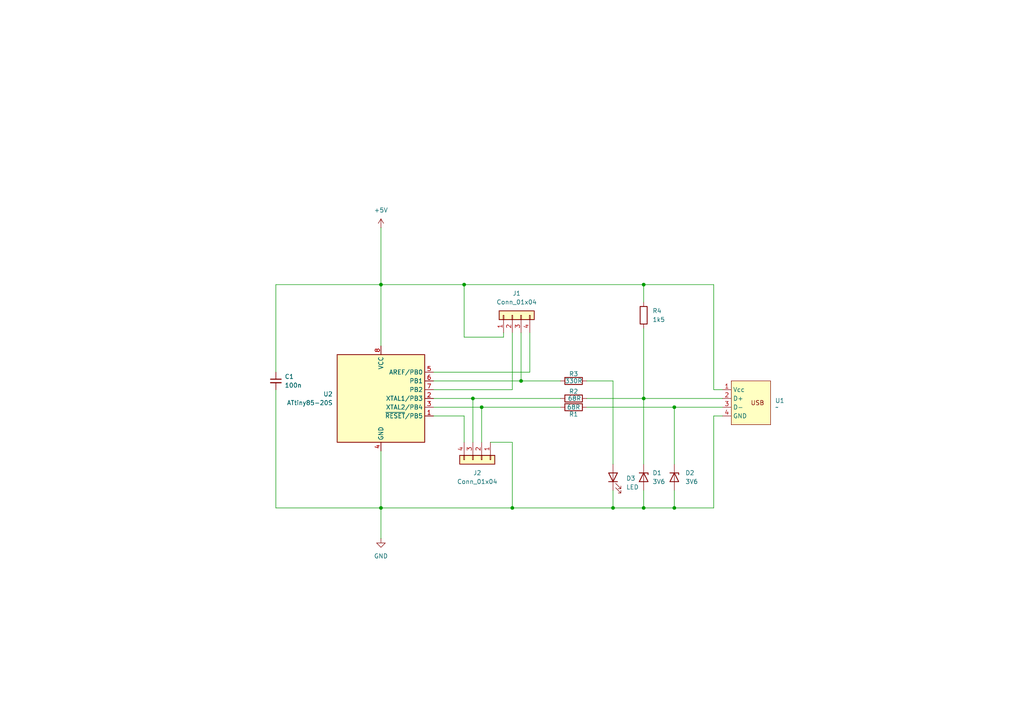
<source format=kicad_sch>
(kicad_sch (version 20250114) (generator "eeschema") (generator_version "9.0")
  (paper "A4")
  (lib_symbols
    (symbol "Connector_Generic:Conn_01x04" (pin_names (offset 1.016) (hide yes))
      (property "Reference" "J" (at 0 5.08 0))
      (property "Value" "Conn_01x04" (at 0 -7.62 0))
      (symbol "Conn_01x04_1_1"
        (rectangle (start -1.27 3.81) (end 1.27 -6.35) (stroke (width 0.254)) (fill (type background)))
        (rectangle (start -1.27 2.667) (end 0 2.413) (stroke (width 0.1524)))
        (rectangle (start -1.27 0.127) (end 0 -0.127) (stroke (width 0.1524)))
        (rectangle (start -1.27 -2.413) (end 0 -2.667) (stroke (width 0.1524)))
        (rectangle (start -1.27 -4.953) (end 0 -5.207) (stroke (width 0.1524)))
        (pin passive line (at -5.08 2.54 0) (length 3.81) (name "Pin_1") (number "1"))
        (pin passive line (at -5.08 0 0) (length 3.81) (name "Pin_2") (number "2"))
        (pin passive line (at -5.08 -2.54 0) (length 3.81) (name "Pin_3") (number "3"))
        (pin passive line (at -5.08 -5.08 0) (length 3.81) (name "Pin_4") (number "4"))
      )
    )
    (symbol "Device:C_Small" (pin_numbers (hide yes)) (pin_names (offset 0.254) (hide yes))
      (property "Reference" "C" (at 0.254 1.778 0))
      (property "Value" "C_Small" (at 0.254 -2.032 0))
      (symbol "C_Small_0_1"
        (polyline (pts (xy -1.524 0.508) (xy 1.524 0.508)) (stroke (width 0.3048)))
        (polyline (pts (xy -1.524 -0.508) (xy 1.524 -0.508)) (stroke (width 0.3302)))
      )
      (symbol "C_Small_1_1"
        (pin passive line (at 0 2.54 270) (length 2.032) (name "~") (number "1"))
        (pin passive line (at 0 -2.54 90) (length 2.032) (name "~") (number "2"))
      )
    )
    (symbol "Device:D_Zener" (pin_numbers (hide yes)) (pin_names (offset 1.016) (hide yes))
      (property "Reference" "D" (at 0 2.54 0))
      (property "Value" "D_Zener" (at 0 -2.54 0))
      (symbol "D_Zener_0_1"
        (polyline (pts (xy -1.27 -1.27) (xy -1.27 1.27) (xy -0.762 1.27)) (stroke (width 0.254)))
        (polyline (pts (xy 1.27 0) (xy -1.27 0)))
        (polyline (pts (xy 1.27 -1.27) (xy 1.27 1.27) (xy -1.27 0) (xy 1.27 -1.27)) (stroke (width 0.254)))
      )
      (symbol "D_Zener_1_1"
        (pin passive line (at -3.81 0 0) (length 2.54) (name "K") (number "1"))
        (pin passive line (at 3.81 0 180) (length 2.54) (name "A") (number "2"))
      )
    )
    (symbol "Device:LED" (pin_numbers (hide yes)) (pin_names (offset 1.016) (hide yes))
      (property "Reference" "D" (at 0 2.54 0))
      (property "Value" "LED" (at 0 -2.54 0))
      (symbol "LED_0_1"
        (polyline (pts (xy -3.048 -0.762) (xy -4.572 -2.286) (xy -3.81 -2.286) (xy -4.572 -2.286) (xy -4.572 -1.524)))
        (polyline (pts (xy -1.778 -0.762) (xy -3.302 -2.286) (xy -2.54 -2.286) (xy -3.302 -2.286) (xy -3.302 -1.524)))
        (polyline (pts (xy -1.27 0) (xy 1.27 0)))
        (polyline (pts (xy -1.27 -1.27) (xy -1.27 1.27)) (stroke (width 0.254)))
        (polyline (pts (xy 1.27 -1.27) (xy 1.27 1.27) (xy -1.27 0) (xy 1.27 -1.27)) (stroke (width 0.254)))
      )
      (symbol "LED_1_1"
        (pin passive line (at -3.81 0 0) (length 2.54) (name "K") (number "1"))
        (pin passive line (at 3.81 0 180) (length 2.54) (name "A") (number "2"))
      )
    )
    (symbol "Device:R" (pin_numbers (hide yes)) (pin_names (offset 0))
      (property "Reference" "R" (at 2.032 0 90))
      (property "Value" "R" (at 0 0 90))
      (symbol "R_0_1"
        (rectangle (start -1.016 -2.54) (end 1.016 2.54) (stroke (width 0.254)))
      )
      (symbol "R_1_1"
        (pin passive line (at 0 3.81 270) (length 1.27) (name "~") (number "1"))
        (pin passive line (at 0 -3.81 90) (length 1.27) (name "~") (number "2"))
      )
    )
    (symbol "MCU_Microchip_ATtiny:ATtiny85-20S"
      (property "Reference" "U" (at -12.7 13.97 0))
      (property "Value" "ATtiny85-20S" (at 2.54 -13.97 0))
      (symbol "ATtiny85-20S_0_1"
        (rectangle (start -12.7 -12.7) (end 12.7 12.7) (stroke (width 0.254)) (fill (type background)))
      )
      (symbol "ATtiny85-20S_1_1"
        (pin power_in line (at 0 15.24 270) (length 2.54) (name "VCC") (number "8"))
        (pin power_in line (at 0 -15.24 90) (length 2.54) (name "GND") (number "4"))
        (pin bidirectional line (at 15.24 7.62 180) (length 2.54) (name "AREF/PB0") (number "5"))
        (pin bidirectional line (at 15.24 5.08 180) (length 2.54) (name "PB1") (number "6"))
        (pin bidirectional line (at 15.24 2.54 180) (length 2.54) (name "PB2") (number "7"))
        (pin bidirectional line (at 15.24 0 180) (length 2.54) (name "XTAL1/PB3") (number "2"))
        (pin bidirectional line (at 15.24 -2.54 180) (length 2.54) (name "XTAL2/PB4") (number "3"))
        (pin bidirectional line (at 15.24 -5.08 180) (length 2.54) (name "~{RESET}/PB5") (number "1"))
      )
    )
    (symbol "first_run_lib:PCB_USB_connector"
      (property "Reference" "U" (at 0 0 0))
      (symbol "PCB_USB_connector_0_1"
        (rectangle (start 6.35 -6.35) (end 6.35 -6.35))
      )
      (symbol "PCB_USB_connector_1_1"
        (rectangle (start 2.54 6.35) (end 13.97 -6.35) (fill (type background)))
        (text "USB\n" (at 10.16 0 0) (effects (font (size 1.27 1.27))))
        (pin power_in line (at 0 3.81 0) (length 2.54) (name "Vcc") (number "1"))
        (pin bidirectional line (at 0 1.27 0) (length 2.54) (name "D+") (number "2"))
        (pin bidirectional line (at 0 -1.27 0) (length 2.54) (name "D-") (number "3"))
        (pin power_in line (at 0 -3.81 0) (length 2.54) (name "GND") (number "4"))
      )
    )
    (symbol "power:+5V" (power) (pin_numbers (hide yes)) (pin_names (offset 0) (hide yes))
      (property "Value" "+5V" (at 0 3.556 0))
      (symbol "+5V_0_1"
        (polyline (pts (xy -0.762 1.27) (xy 0 2.54)))
        (polyline (pts (xy 0 2.54) (xy 0.762 1.27)))
        (polyline (pts (xy 0 0) (xy 0 2.54)))
      )
      (symbol "+5V_1_1"
        (pin power_in line (at 0 0 90) (length 0) (name "~") (number "1"))
      )
    )
    (symbol "power:GND" (power) (pin_numbers (hide yes)) (pin_names (offset 0) (hide yes))
      (property "Value" "GND" (at 0 -3.81 0))
      (symbol "GND_0_1"
        (polyline (pts (xy 0 0) (xy 0 -1.27) (xy 1.27 -1.27) (xy 0 -2.54) (xy -1.27 -1.27) (xy 0 -1.27)))
      )
      (symbol "GND_1_1"
        (pin power_in line (at 0 0 270) (length 0) (name "~") (number "1"))
      )
    )
  )
  (junction (at 148.59 147.32))
  (junction (at 110.49 82.55))
  (junction (at 139.7 118.11))
  (junction (at 186.69 82.55))
  (junction (at 151.13 110.49))
  (junction (at 137.16 115.57))
  (junction (at 195.58 118.11))
  (junction (at 110.49 147.32))
  (junction (at 186.69 147.32))
  (junction (at 195.58 147.32))
  (junction (at 186.69 115.57))
  (junction (at 177.8 147.32))
  (junction (at 134.62 82.55))
  (wire (pts (xy 110.49 130.81) (xy 110.49 147.32)))
  (wire (pts (xy 151.13 96.52) (xy 151.13 110.49)))
  (wire (pts (xy 137.16 115.57) (xy 125.73 115.57)))
  (wire (pts (xy 125.73 110.49) (xy 151.13 110.49)))
  (wire (pts (xy 177.8 142.24) (xy 177.8 147.32)))
  (wire (pts (xy 80.01 82.55) (xy 80.01 107.95)))
  (wire (pts (xy 186.69 95.25) (xy 186.69 115.57)))
  (wire (pts (xy 142.24 128.27) (xy 148.59 128.27)))
  (wire (pts (xy 80.01 147.32) (xy 110.49 147.32)))
  (wire (pts (xy 209.55 113.03) (xy 207.01 113.03)))
  (wire (pts (xy 110.49 147.32) (xy 148.59 147.32)))
  (wire (pts (xy 110.49 66.04) (xy 110.49 82.55)))
  (wire (pts (xy 146.05 97.79) (xy 146.05 96.52)))
  (wire (pts (xy 207.01 120.65) (xy 209.55 120.65)))
  (wire (pts (xy 80.01 113.03) (xy 80.01 147.32)))
  (wire (pts (xy 195.58 118.11) (xy 209.55 118.11)))
  (wire (pts (xy 125.73 118.11) (xy 139.7 118.11)))
  (wire (pts (xy 110.49 100.33) (xy 110.49 82.55)))
  (wire (pts (xy 177.8 110.49) (xy 177.8 134.62)))
  (wire (pts (xy 195.58 147.32) (xy 207.01 147.32)))
  (wire (pts (xy 177.8 147.32) (xy 186.69 147.32)))
  (wire (pts (xy 139.7 118.11) (xy 139.7 128.27)))
  (wire (pts (xy 170.18 110.49) (xy 177.8 110.49)))
  (wire (pts (xy 162.56 115.57) (xy 137.16 115.57)))
  (wire (pts (xy 186.69 147.32) (xy 195.58 147.32)))
  (wire (pts (xy 134.62 97.79) (xy 146.05 97.79)))
  (wire (pts (xy 207.01 113.03) (xy 207.01 82.55)))
  (wire (pts (xy 151.13 110.49) (xy 162.56 110.49)))
  (wire (pts (xy 110.49 82.55) (xy 134.62 82.55)))
  (wire (pts (xy 170.18 115.57) (xy 186.69 115.57)))
  (wire (pts (xy 80.01 82.55) (xy 110.49 82.55)))
  (wire (pts (xy 195.58 134.62) (xy 195.58 118.11)))
  (wire (pts (xy 148.59 96.52) (xy 148.59 113.03)))
  (wire (pts (xy 148.59 147.32) (xy 177.8 147.32)))
  (wire (pts (xy 186.69 115.57) (xy 186.69 134.62)))
  (wire (pts (xy 110.49 156.21) (xy 110.49 147.32)))
  (wire (pts (xy 134.62 120.65) (xy 125.73 120.65)))
  (wire (pts (xy 137.16 115.57) (xy 137.16 128.27)))
  (wire (pts (xy 207.01 82.55) (xy 186.69 82.55)))
  (wire (pts (xy 186.69 142.24) (xy 186.69 147.32)))
  (wire (pts (xy 195.58 142.24) (xy 195.58 147.32)))
  (wire (pts (xy 148.59 128.27) (xy 148.59 147.32)))
  (wire (pts (xy 134.62 82.55) (xy 134.62 97.79)))
  (wire (pts (xy 195.58 118.11) (xy 170.18 118.11)))
  (wire (pts (xy 186.69 115.57) (xy 209.55 115.57)))
  (wire (pts (xy 134.62 128.27) (xy 134.62 120.65)))
  (wire (pts (xy 207.01 147.32) (xy 207.01 120.65)))
  (wire (pts (xy 148.59 113.03) (xy 125.73 113.03)))
  (wire (pts (xy 153.67 107.95) (xy 125.73 107.95)))
  (wire (pts (xy 134.62 82.55) (xy 186.69 82.55)))
  (wire (pts (xy 139.7 118.11) (xy 162.56 118.11)))
  (wire (pts (xy 186.69 82.55) (xy 186.69 87.63)))
  (wire (pts (xy 153.67 96.52) (xy 153.67 107.95)))
  (symbol (lib_id "Device:D_Zener") (at 195.58 138.43 270) (unit 1)
    (property "Reference" "D2" (at 198.7445 137.1599 90) (effects (justify left)))
    (property "Value" "3V6" (at 198.7445 139.6999 90) (effects (justify left)))
    (property "Footprint" "Diode_SMD:D_SOD-123" (effects (hide yes)))
    (property "Description" "Zener diode" (effects (hide yes)))
  )
  (symbol (lib_id "Device:C_Small") (at 80.01 110.49 0) (unit 1)
    (property "Reference" "C1" (at 82.55 109.2262 0) (effects (justify left)))
    (property "Value" "100n" (at 82.55 111.7662 0) (effects (justify left)))
    (property "Footprint" "Capacitor_SMD:C_1206_3216Metric_Pad1.33x1.80mm_HandSolder" (effects (hide yes)))
    (property "Description" "Unpolarized capacitor, small symbol" (effects (hide yes)))
  )
  (symbol (lib_id "MCU_Microchip_ATtiny:ATtiny85-20S") (at 110.49 115.57 0) (unit 1)
    (property "Reference" "U2" (at 96.52 114.2999 0) (effects (justify right)))
    (property "Value" "ATtiny85-20S" (at 96.52 116.8399 0) (effects (justify right)))
    (property "Footprint" "Package_SO:SOIC-8_5.3x5.3mm_P1.27mm" (effects (hide yes)))
    (property "Datasheet" "http://ww1.microchip.com/downloads/en/DeviceDoc/atmel-2586-avr-8-bit-microcontroller-attiny25-attiny45-attiny85_datasheet.pdf" (effects (hide yes)))
    (property "Description" "20MHz, 8kB Flash, 512B SRAM, 512B EEPROM, debugWIRE, SOIC-8" (effects (hide yes)))
  )
  (symbol (lib_id "Connector_Generic:Conn_01x04") (at 148.59 91.44 90) (unit 1)
    (property "Reference" "J1" (at 149.86 85.09 90))
    (property "Value" "Conn_01x04" (at 149.86 87.63 90))
    (property "Footprint" "Connector_PinHeader_2.54mm:PinHeader_1x04_P2.54mm_Vertical" (effects (hide yes)))
    (property "Description" "Generic connector, single row, 01x04, script generated (kicad-library-utils/schlib/autogen/connector/)" (effects (hide yes)))
  )
  (symbol (lib_id "Device:LED") (at 177.8 138.43 90) (unit 1)
    (property "Reference" "D3" (at 181.61 138.7474 90) (effects (justify right)))
    (property "Value" "LED" (at 181.61 141.2874 90) (effects (justify right)))
    (property "Footprint" "LED_THT:LED_D3.0mm" (effects (hide yes)))
    (property "Description" "Light emitting diode" (effects (hide yes)))
    (property "Sim.Pins" "1=K 2=A" (effects (hide yes)))
  )
  (symbol (lib_id "first_run_lib:PCB_USB_connector") (at 209.55 116.84 0) (unit 1)
    (property "Reference" "U1" (at 224.79 116.2049 0) (effects (justify left)))
    (property "Value" "~" (at 224.79 118.11 0) (effects (justify left)))
    (property "Footprint" "first_run_lib:PSB_USB_connector" (effects (hide yes)))
  )
  (symbol (lib_id "Device:R") (at 166.37 110.49 270) (unit 1)
    (property "Reference" "R3" (at 166.37 108.458 90))
    (property "Value" "330R" (at 166.37 110.49 90))
    (property "Footprint" "Resistor_SMD:R_0805_2012Metric_Pad1.20x1.40mm_HandSolder" (effects (hide yes)))
    (property "Description" "Resistor" (effects (hide yes)))
  )
  (symbol (lib_id "Device:R") (at 166.37 118.11 90) (unit 1)
    (property "Reference" "R1" (at 166.37 120.142 90))
    (property "Value" "68R" (at 166.37 118.11 90))
    (property "Footprint" "Resistor_SMD:R_0805_2012Metric_Pad1.20x1.40mm_HandSolder" (effects (hide yes)))
    (property "Description" "Resistor" (effects (hide yes)))
  )
  (symbol (lib_id "Connector_Generic:Conn_01x04") (at 139.7 133.35 270) (unit 1)
    (property "Reference" "J2" (at 138.43 137.16 90))
    (property "Value" "Conn_01x04" (at 138.43 139.7 90))
    (property "Footprint" "Connector_PinHeader_2.54mm:PinHeader_1x04_P2.54mm_Vertical" (effects (hide yes)))
    (property "Description" "Generic connector, single row, 01x04, script generated (kicad-library-utils/schlib/autogen/connector/)" (effects (hide yes)))
  )
  (symbol (lib_id "power:GND") (at 110.49 156.21 0) (unit 1)
    (property "Reference" "#PWR02" (effects (hide yes)))
    (property "Value" "GND" (at 110.49 161.29 0))
    (property "Description" "Power symbol creates a global label with name \"GND\" , ground" (effects (hide yes)))
  )
  (symbol (lib_id "Device:R") (at 186.69 91.44 0) (unit 1)
    (property "Reference" "R4" (at 189.23 90.1699 0) (effects (justify left)))
    (property "Value" "1k5" (at 189.23 92.7099 0) (effects (justify left)))
    (property "Footprint" "Resistor_SMD:R_0805_2012Metric_Pad1.20x1.40mm_HandSolder" (effects (hide yes)))
    (property "Description" "Resistor" (effects (hide yes)))
  )
  (symbol (lib_id "power:+5V") (at 110.49 66.04 0) (unit 1)
    (property "Reference" "#PWR01" (effects (hide yes)))
    (property "Value" "+5V" (at 110.49 60.96 0))
    (property "Description" "Power symbol creates a global label with name \"+5V\"" (effects (hide yes)))
  )
  (symbol (lib_id "Device:D_Zener") (at 186.69 138.43 270) (unit 1)
    (property "Reference" "D1" (at 189.23 137.1599 90) (effects (justify left)))
    (property "Value" "3V6" (at 189.23 139.6999 90) (effects (justify left)))
    (property "Footprint" "Diode_SMD:D_SOD-123" (effects (hide yes)))
    (property "Description" "Zener diode" (effects (hide yes)))
  )
  (symbol (lib_id "Device:R") (at 166.37 115.57 90) (unit 1)
    (property "Reference" "R2" (at 166.37 113.538 90))
    (property "Value" "68R" (at 166.624 115.57 90))
    (property "Footprint" "Resistor_SMD:R_0805_2012Metric_Pad1.20x1.40mm_HandSolder" (effects (hide yes)))
    (property "Description" "Resistor" (effects (hide yes)))
  )
)
</source>
